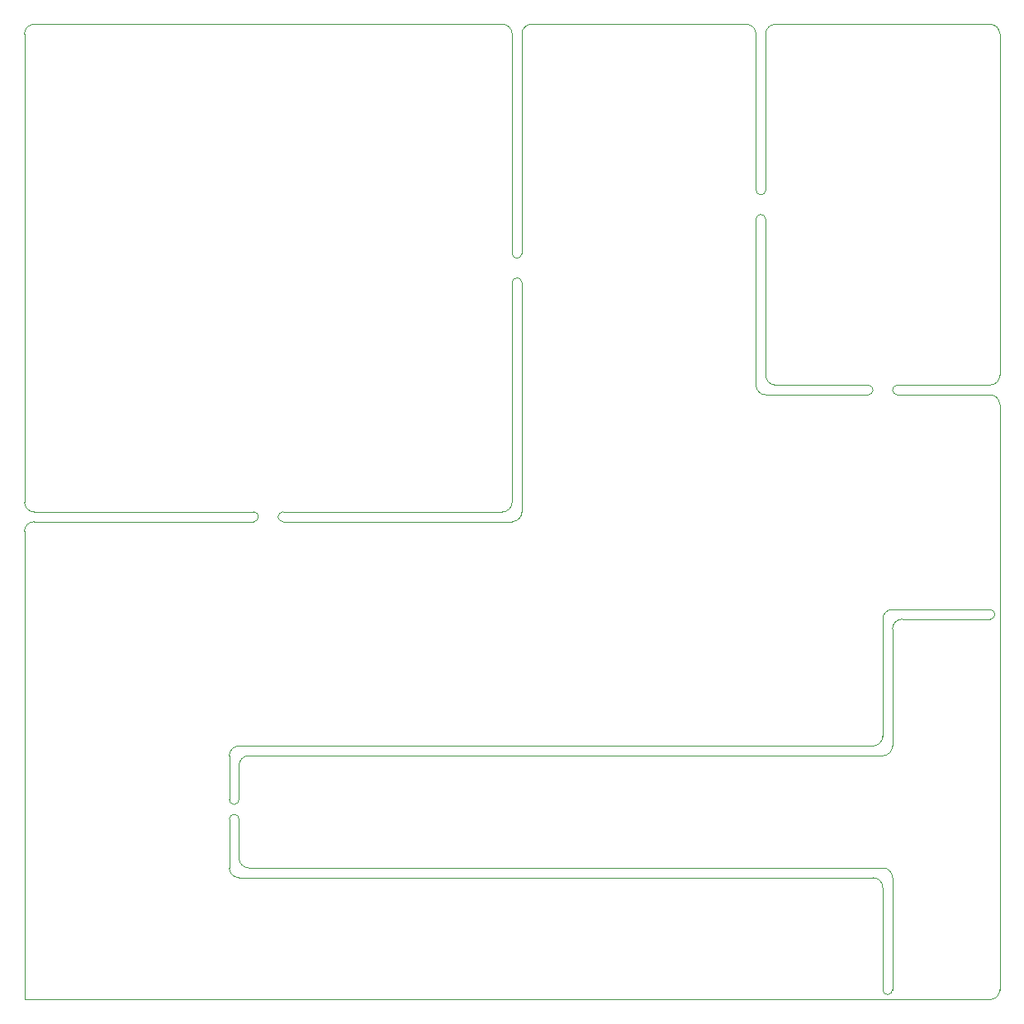
<source format=gm1>
G04 #@! TF.FileFunction,Profile,NP*
%FSLAX46Y46*%
G04 Gerber Fmt 4.6, Leading zero omitted, Abs format (unit mm)*
G04 Created by KiCad (PCBNEW 4.0.2+dfsg1-stable) date Thu 29 Sep 2016 01:56:18 PM PDT*
%MOMM*%
G01*
G04 APERTURE LIST*
%ADD10C,0.100000*%
%ADD11C,0.010000*%
G04 APERTURE END LIST*
D10*
D11*
X0Y-49000000D02*
G75*
G03X1000000Y-50000000I1000000J0D01*
G01*
X1000000Y-51000000D02*
G75*
G03X0Y-52000000I0J-1000000D01*
G01*
X24000000Y-50500000D02*
G75*
G03X23500000Y-50000000I-500000J0D01*
G01*
X23500000Y-51000000D02*
G75*
G03X24000000Y-50500000I0J500000D01*
G01*
X26000000Y-50500000D02*
G75*
G03X26500000Y-51000000I500000J0D01*
G01*
X26500000Y-50000000D02*
G75*
G03X26000000Y-50500000I0J-500000D01*
G01*
X49000000Y-50000000D02*
G75*
G03X50000000Y-49000000I0J1000000D01*
G01*
X50000000Y-51000000D02*
G75*
G03X51000000Y-50000000I0J1000000D01*
G01*
X1000000Y0D02*
G75*
G03X0Y-1000000I0J-1000000D01*
G01*
X52000000Y0D02*
G75*
G03X51000000Y-1000000I0J-1000000D01*
G01*
X50000000Y-1000000D02*
G75*
G03X49000000Y0I-1000000J0D01*
G01*
X51000000Y-26500000D02*
G75*
G03X50500000Y-26000000I-500000J0D01*
G01*
X50500000Y-26000000D02*
G75*
G03X50000000Y-26500000I0J-500000D01*
G01*
X50500000Y-24000000D02*
G75*
G03X51000000Y-23500000I0J500000D01*
G01*
X50000000Y-23500000D02*
G75*
G03X50500000Y-24000000I500000J0D01*
G01*
X77000000Y0D02*
G75*
G03X76000000Y-1000000I0J-1000000D01*
G01*
X75000000Y-1000000D02*
G75*
G03X74000000Y0I-1000000J0D01*
G01*
X76000000Y-20000000D02*
G75*
G03X75500000Y-19500000I-500000J0D01*
G01*
X75500000Y-19500000D02*
G75*
G03X75000000Y-20000000I0J-500000D01*
G01*
X75500000Y-17500000D02*
G75*
G03X76000000Y-17000000I0J500000D01*
G01*
X75000000Y-17000000D02*
G75*
G03X75500000Y-17500000I500000J0D01*
G01*
X75000000Y-37000000D02*
G75*
G03X76000000Y-38000000I1000000J0D01*
G01*
X76000000Y-36000000D02*
G75*
G03X77000000Y-37000000I1000000J0D01*
G01*
X89000000Y-37500000D02*
G75*
G03X89500000Y-38000000I500000J0D01*
G01*
X89500000Y-37000000D02*
G75*
G03X89000000Y-37500000I0J-500000D01*
G01*
X86500000Y-38000000D02*
G75*
G03X87000000Y-37500000I0J500000D01*
G01*
X87000000Y-37500000D02*
G75*
G03X86500000Y-37000000I-500000J0D01*
G01*
X100000000Y-39000000D02*
G75*
G03X99000000Y-38000000I-1000000J0D01*
G01*
X99000000Y-37000000D02*
G75*
G03X100000000Y-36000000I0J1000000D01*
G01*
X100000000Y-1000000D02*
G75*
G03X99000000Y0I-1000000J0D01*
G01*
X99000000Y-100000000D02*
G75*
G03X100000000Y-99000000I0J1000000D01*
G01*
X99000000Y-61000000D02*
G75*
G03X99500000Y-60500000I0J500000D01*
G01*
X99500000Y-60500000D02*
G75*
G03X99000000Y-60000000I-500000J0D01*
G01*
X89000000Y-60000000D02*
G75*
G03X88000000Y-61000000I0J-1000000D01*
G01*
X90000000Y-61000000D02*
G75*
G03X89000000Y-62000000I0J-1000000D01*
G01*
X88000000Y-75000000D02*
G75*
G03X89000000Y-74000000I0J1000000D01*
G01*
X87000000Y-74000000D02*
G75*
G03X88000000Y-73000000I0J1000000D01*
G01*
X22000000Y-74000000D02*
G75*
G03X21000000Y-75000000I0J-1000000D01*
G01*
X23000000Y-75000000D02*
G75*
G03X22000000Y-76000000I0J-1000000D01*
G01*
X21500000Y-80000000D02*
G75*
G03X22000000Y-79500000I0J500000D01*
G01*
X21000000Y-79500000D02*
G75*
G03X21500000Y-80000000I500000J0D01*
G01*
X21500000Y-81000000D02*
G75*
G03X21000000Y-81500000I0J-500000D01*
G01*
X22000000Y-81500000D02*
G75*
G03X21500000Y-81000000I-500000J0D01*
G01*
X21000000Y-86500000D02*
G75*
G03X22000000Y-87500000I1000000J0D01*
G01*
X22000000Y-85500000D02*
G75*
G03X23000000Y-86500000I1000000J0D01*
G01*
X89000000Y-87500000D02*
G75*
G03X88000000Y-86500000I-1000000J0D01*
G01*
X88000000Y-88500000D02*
G75*
G03X87000000Y-87500000I-1000000J0D01*
G01*
X88500000Y-99500000D02*
G75*
G03X89000000Y-99000000I0J500000D01*
G01*
X88000000Y-99000000D02*
G75*
G03X88500000Y-99500000I500000J0D01*
G01*
X50000000Y-23500000D02*
X50000000Y-1000000D01*
X1000000Y-50000000D02*
X23500000Y-50000000D01*
X23500000Y-51000000D02*
X1000000Y-51000000D01*
X26500000Y-50000000D02*
X49000000Y-50000000D01*
X50000000Y-51000000D02*
X26500000Y-51000000D01*
X51000000Y-50000000D02*
X51000000Y-26500000D01*
X50000000Y-26500000D02*
X50000000Y-49000000D01*
X51000000Y-23500000D02*
X51000000Y-1000000D01*
X1000000Y0D02*
X49000000Y0D01*
X0Y-49000000D02*
X0Y-1000000D01*
X0Y-100000000D02*
X0Y-52000000D01*
X52000000Y0D02*
X74000000Y0D01*
X76000000Y-36000000D02*
X76000000Y-20000000D01*
X75000000Y-20000000D02*
X75000000Y-37000000D01*
X76000000Y-1000000D02*
X76000000Y-17000000D01*
X75000000Y-17000000D02*
X75000000Y-1000000D01*
X100000000Y-39000000D02*
X100000000Y-99000000D01*
X99000000Y0D02*
X77000000Y0D01*
X100000000Y-36000000D02*
X100000000Y-1000000D01*
X76000000Y-38000000D02*
X86500000Y-38000000D01*
X86500000Y-37000000D02*
X77000000Y-37000000D01*
X89500000Y-38000000D02*
X99000000Y-38000000D01*
X99000000Y-37000000D02*
X89500000Y-37000000D01*
X99000000Y-100000000D02*
X0Y-100000000D01*
X90000000Y-61000000D02*
X99000000Y-61000000D01*
X99000000Y-60000000D02*
X89000000Y-60000000D01*
X88000000Y-88500000D02*
X88000000Y-99000000D01*
X89000000Y-99000000D02*
X89000000Y-87500000D01*
X22000000Y-87500000D02*
X87000000Y-87500000D01*
X22000000Y-85500000D02*
X22000000Y-81500000D01*
X88000000Y-86500000D02*
X23000000Y-86500000D01*
X21000000Y-81500000D02*
X21000000Y-86500000D01*
X22000000Y-79500000D02*
X22000000Y-76000000D01*
X21000000Y-75000000D02*
X21000000Y-79500000D01*
X22000000Y-74000000D02*
X87000000Y-74000000D01*
X88000000Y-75000000D02*
X23000000Y-75000000D01*
X89000000Y-62000000D02*
X89000000Y-74000000D01*
X88000000Y-61000000D02*
X88000000Y-73000000D01*
M02*

</source>
